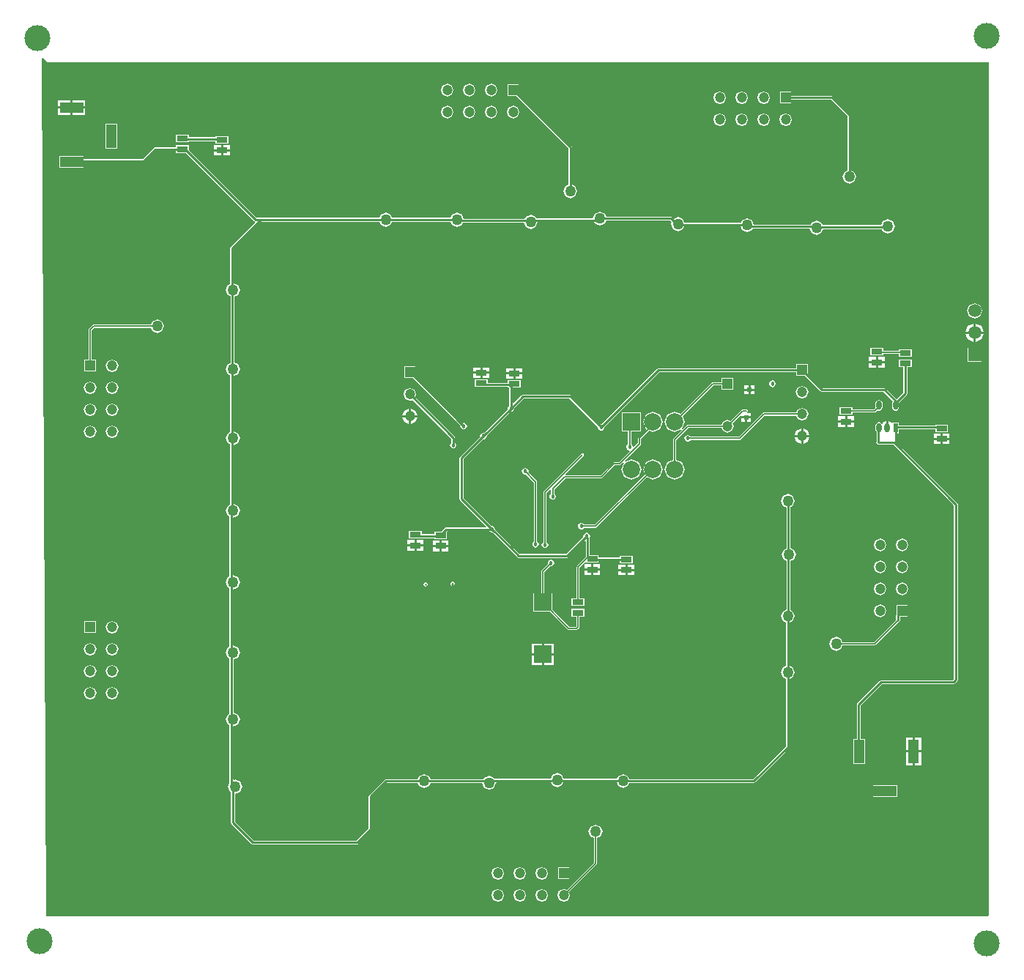
<source format=gbl>
G04*
G04 #@! TF.GenerationSoftware,Altium Limited,Altium Designer,19.1.5 (86)*
G04*
G04 Layer_Physical_Order=2*
G04 Layer_Color=16711680*
%FSLAX44Y44*%
%MOMM*%
G71*
G01*
G75*
%ADD12C,0.2540*%
%ADD13R,1.3000X0.7000*%
%ADD22R,0.6000X0.5000*%
%ADD45C,0.1778*%
%ADD46R,1.2000X1.2000*%
%ADD47C,1.2000*%
%ADD48R,2.0000X2.0000*%
%ADD49C,2.0000*%
%ADD50C,3.0000*%
%ADD51R,1.5000X1.5000*%
%ADD52C,1.5000*%
%ADD53R,2.7000X1.2000*%
%ADD54R,1.2000X2.7000*%
%ADD55R,1.2000X1.2000*%
%ADD56C,0.4572*%
%ADD57C,1.2700*%
%ADD58O,0.6000X1.1000*%
%ADD59R,0.6000X1.1000*%
G36*
X681990Y1139190D02*
X1770380D01*
Y153670D01*
X1769110Y152400D01*
X680720D01*
X675648Y1143870D01*
X676821Y1144359D01*
X681990Y1139190D01*
D02*
G37*
%LPC*%
G36*
X1195070Y1114759D02*
X1189895Y1112615D01*
X1187751Y1107440D01*
X1189895Y1102265D01*
X1195070Y1100121D01*
X1200245Y1102265D01*
X1202389Y1107440D01*
X1200245Y1112615D01*
X1195070Y1114759D01*
D02*
G37*
G36*
X1169670D02*
X1164495Y1112615D01*
X1162351Y1107440D01*
X1164495Y1102265D01*
X1169670Y1100121D01*
X1174845Y1102265D01*
X1176989Y1107440D01*
X1174845Y1112615D01*
X1169670Y1114759D01*
D02*
G37*
G36*
X1144270D02*
X1139095Y1112615D01*
X1136951Y1107440D01*
X1139095Y1102265D01*
X1144270Y1100121D01*
X1149445Y1102265D01*
X1151589Y1107440D01*
X1149445Y1112615D01*
X1144270Y1114759D01*
D02*
G37*
G36*
X1510030Y1105869D02*
X1504855Y1103725D01*
X1502711Y1098550D01*
X1504855Y1093375D01*
X1510030Y1091231D01*
X1515205Y1093375D01*
X1517349Y1098550D01*
X1515205Y1103725D01*
X1510030Y1105869D01*
D02*
G37*
G36*
X1484630D02*
X1479455Y1103725D01*
X1477311Y1098550D01*
X1479455Y1093375D01*
X1484630Y1091231D01*
X1489805Y1093375D01*
X1491949Y1098550D01*
X1489805Y1103725D01*
X1484630Y1105869D01*
D02*
G37*
G36*
X1459230D02*
X1454055Y1103725D01*
X1451911Y1098550D01*
X1454055Y1093375D01*
X1459230Y1091231D01*
X1464405Y1093375D01*
X1466549Y1098550D01*
X1464405Y1103725D01*
X1459230Y1105869D01*
D02*
G37*
G36*
X725970Y1095590D02*
X711200D01*
Y1088320D01*
X725970D01*
Y1095590D01*
D02*
G37*
G36*
X708660D02*
X693890D01*
Y1088320D01*
X708660D01*
Y1095590D01*
D02*
G37*
G36*
X725970Y1085780D02*
X711200D01*
Y1078510D01*
X725970D01*
Y1085780D01*
D02*
G37*
G36*
X708660D02*
X693890D01*
Y1078510D01*
X708660D01*
Y1085780D01*
D02*
G37*
G36*
X1220470Y1089359D02*
X1215295Y1087215D01*
X1213151Y1082040D01*
X1215295Y1076865D01*
X1220470Y1074721D01*
X1225645Y1076865D01*
X1227789Y1082040D01*
X1225645Y1087215D01*
X1220470Y1089359D01*
D02*
G37*
G36*
X1195070D02*
X1189895Y1087215D01*
X1187751Y1082040D01*
X1189895Y1076865D01*
X1195070Y1074721D01*
X1200245Y1076865D01*
X1202389Y1082040D01*
X1200245Y1087215D01*
X1195070Y1089359D01*
D02*
G37*
G36*
X1169670D02*
X1164495Y1087215D01*
X1162351Y1082040D01*
X1164495Y1076865D01*
X1169670Y1074721D01*
X1174845Y1076865D01*
X1176989Y1082040D01*
X1174845Y1087215D01*
X1169670Y1089359D01*
D02*
G37*
G36*
X1144270D02*
X1139095Y1087215D01*
X1136951Y1082040D01*
X1139095Y1076865D01*
X1144270Y1074721D01*
X1149445Y1076865D01*
X1151589Y1082040D01*
X1149445Y1087215D01*
X1144270Y1089359D01*
D02*
G37*
G36*
X1535430Y1080469D02*
X1530255Y1078325D01*
X1528111Y1073150D01*
X1530255Y1067975D01*
X1535430Y1065831D01*
X1540605Y1067975D01*
X1542749Y1073150D01*
X1540605Y1078325D01*
X1535430Y1080469D01*
D02*
G37*
G36*
X1510030D02*
X1504855Y1078325D01*
X1502711Y1073150D01*
X1504855Y1067975D01*
X1510030Y1065831D01*
X1515205Y1067975D01*
X1517349Y1073150D01*
X1515205Y1078325D01*
X1510030Y1080469D01*
D02*
G37*
G36*
X1484630D02*
X1479455Y1078325D01*
X1477311Y1073150D01*
X1479455Y1067975D01*
X1484630Y1065831D01*
X1489805Y1067975D01*
X1491949Y1073150D01*
X1489805Y1078325D01*
X1484630Y1080469D01*
D02*
G37*
G36*
X1459230D02*
X1454055Y1078325D01*
X1451911Y1073150D01*
X1454055Y1067975D01*
X1459230Y1065831D01*
X1464405Y1067975D01*
X1466549Y1073150D01*
X1464405Y1078325D01*
X1459230Y1080469D01*
D02*
G37*
G36*
X845462Y1055472D02*
X830938D01*
Y1046948D01*
X845462D01*
Y1048376D01*
X876658D01*
Y1045678D01*
X891182D01*
Y1054202D01*
X876658D01*
Y1052774D01*
X845462D01*
Y1055472D01*
D02*
G37*
G36*
X762692Y1068312D02*
X749168D01*
Y1039788D01*
X762692D01*
Y1068312D01*
D02*
G37*
G36*
X892960Y1043980D02*
X885190D01*
Y1039210D01*
X892960D01*
Y1043980D01*
D02*
G37*
G36*
X882650D02*
X874880D01*
Y1039210D01*
X882650D01*
Y1043980D01*
D02*
G37*
G36*
X892960Y1036670D02*
X885190D01*
Y1031900D01*
X892960D01*
Y1036670D01*
D02*
G37*
G36*
X882650D02*
X874880D01*
Y1031900D01*
X882650D01*
Y1036670D01*
D02*
G37*
G36*
X1542192Y1105312D02*
X1528668D01*
Y1091788D01*
X1542192D01*
Y1096351D01*
X1587859D01*
X1606891Y1077319D01*
Y1014447D01*
X1603258Y1012942D01*
X1600842Y1007110D01*
X1603258Y1001278D01*
X1609090Y998862D01*
X1614922Y1001278D01*
X1617338Y1007110D01*
X1614922Y1012942D01*
X1611289Y1014447D01*
Y1078230D01*
X1610645Y1079785D01*
X1590325Y1100105D01*
X1588770Y1100749D01*
X1542192D01*
Y1105312D01*
D02*
G37*
G36*
X1227232Y1114202D02*
X1213708D01*
Y1100678D01*
X1224122D01*
X1284311Y1040489D01*
Y997937D01*
X1280678Y996432D01*
X1278262Y990600D01*
X1280678Y984768D01*
X1286510Y982352D01*
X1292342Y984768D01*
X1294758Y990600D01*
X1292342Y996432D01*
X1288709Y997937D01*
Y1041400D01*
X1288065Y1042955D01*
X1227232Y1103788D01*
Y1114202D01*
D02*
G37*
G36*
X845462Y1043472D02*
X830938D01*
Y1041409D01*
X807070D01*
X805515Y1040765D01*
X792339Y1027589D01*
X724192D01*
Y1030812D01*
X695668D01*
Y1017288D01*
X724192D01*
Y1023191D01*
X793250D01*
X794805Y1023835D01*
X807981Y1037011D01*
X830938D01*
Y1034948D01*
X842352D01*
X921275Y956025D01*
X921723Y955839D01*
X922021Y954341D01*
X893795Y926115D01*
X893151Y924560D01*
Y883111D01*
X890788Y882132D01*
X888372Y876300D01*
X890788Y870468D01*
X893786Y869226D01*
Y791934D01*
X890788Y790692D01*
X888372Y784860D01*
X890788Y779028D01*
X893151Y778049D01*
Y711661D01*
X890788Y710682D01*
X888372Y704850D01*
X890788Y699018D01*
X893151Y698039D01*
Y627841D01*
X890788Y626862D01*
X888372Y621030D01*
X890788Y615198D01*
X892516Y614482D01*
Y545028D01*
X890788Y544312D01*
X888372Y538480D01*
X890788Y532648D01*
X892516Y531932D01*
Y463748D01*
X890788Y463032D01*
X888372Y457200D01*
X890788Y451368D01*
X892691Y450580D01*
Y386350D01*
X890788Y385562D01*
X888372Y379730D01*
X890788Y373898D01*
X892592Y373151D01*
Y306315D01*
X890912Y302260D01*
X893328Y296428D01*
X894421Y295975D01*
Y260350D01*
X895065Y258795D01*
X917925Y235935D01*
X919480Y235291D01*
X1040130D01*
X1041685Y235935D01*
X1056925Y251175D01*
X1057569Y252730D01*
Y289919D01*
X1074061Y306411D01*
X1110263D01*
X1111768Y302778D01*
X1117600Y300362D01*
X1123432Y302778D01*
X1124937Y306411D01*
X1184394D01*
X1186698Y300848D01*
X1192530Y298432D01*
X1198362Y300848D01*
X1200778Y306680D01*
X1201022Y307046D01*
X1264196D01*
X1265438Y304048D01*
X1271270Y301632D01*
X1277102Y304048D01*
X1278344Y307046D01*
X1339870D01*
X1341638Y302778D01*
X1347470Y300362D01*
X1353302Y302778D01*
X1354807Y306411D01*
X1498600D01*
X1500155Y307055D01*
X1539525Y346425D01*
X1540169Y347980D01*
Y427003D01*
X1543802Y428508D01*
X1546218Y434340D01*
X1543802Y440172D01*
X1540169Y441677D01*
Y491773D01*
X1543802Y493278D01*
X1546218Y499110D01*
X1543802Y504942D01*
X1540804Y506184D01*
Y562630D01*
X1545072Y564398D01*
X1547488Y570230D01*
X1545072Y576062D01*
X1540804Y577830D01*
Y625386D01*
X1543802Y626628D01*
X1546218Y632460D01*
X1543802Y638292D01*
X1537970Y640708D01*
X1532138Y638292D01*
X1529722Y632460D01*
X1532138Y626628D01*
X1536406Y624860D01*
Y577304D01*
X1533408Y576062D01*
X1530992Y570230D01*
X1533408Y564398D01*
X1536406Y563156D01*
Y506710D01*
X1532138Y504942D01*
X1529722Y499110D01*
X1532138Y493278D01*
X1535771Y491773D01*
Y441677D01*
X1532138Y440172D01*
X1529722Y434340D01*
X1532138Y428508D01*
X1535771Y427003D01*
Y348891D01*
X1497689Y310809D01*
X1354807D01*
X1353302Y314442D01*
X1347470Y316858D01*
X1341638Y314442D01*
X1340396Y311444D01*
X1278870D01*
X1277102Y315712D01*
X1271270Y318128D01*
X1265438Y315712D01*
X1263670Y311444D01*
X1198804D01*
X1198362Y312512D01*
X1192530Y314928D01*
X1186698Y312512D01*
X1185993Y310809D01*
X1124937D01*
X1123432Y314442D01*
X1117600Y316858D01*
X1111768Y314442D01*
X1110263Y310809D01*
X1073150D01*
X1071595Y310165D01*
X1053815Y292385D01*
X1053171Y290830D01*
Y253641D01*
X1039219Y239689D01*
X920391D01*
X898819Y261261D01*
Y293785D01*
X899160Y294012D01*
X904992Y296428D01*
X907408Y302260D01*
X904992Y308092D01*
X899160Y310508D01*
X898047Y310047D01*
X896991Y310752D01*
Y371636D01*
X902452Y373898D01*
X904868Y379730D01*
X902452Y385562D01*
X897089Y387783D01*
Y449147D01*
X902452Y451368D01*
X904868Y457200D01*
X902452Y463032D01*
X896914Y465326D01*
Y530354D01*
X902452Y532648D01*
X904868Y538480D01*
X902452Y544312D01*
X896914Y546606D01*
Y612904D01*
X902452Y615198D01*
X904868Y621030D01*
X902452Y626862D01*
X897549Y628893D01*
Y696987D01*
X902452Y699018D01*
X904868Y704850D01*
X902452Y710682D01*
X897549Y712713D01*
Y776997D01*
X902452Y779028D01*
X904868Y784860D01*
X902452Y790692D01*
X898184Y792460D01*
Y868700D01*
X902452Y870468D01*
X904868Y876300D01*
X902452Y882132D01*
X897549Y884163D01*
Y923649D01*
X929281Y955381D01*
X1065813D01*
X1067318Y951748D01*
X1073150Y949332D01*
X1078982Y951748D01*
X1080487Y955381D01*
X1148363D01*
X1149868Y951748D01*
X1155700Y949332D01*
X1161532Y951748D01*
X1162511Y954111D01*
X1232927D01*
X1234958Y949208D01*
X1240790Y946792D01*
X1246622Y949208D01*
X1248916Y954746D01*
X1314252D01*
X1314968Y953018D01*
X1320800Y950602D01*
X1326632Y953018D01*
X1328137Y956651D01*
X1402041D01*
X1403738Y954953D01*
X1402722Y952500D01*
X1405138Y946668D01*
X1410970Y944252D01*
X1416802Y946668D01*
X1418044Y949666D01*
X1483380D01*
X1485148Y945398D01*
X1490980Y942982D01*
X1496812Y945398D01*
X1497695Y947531D01*
X1563032D01*
X1565158Y942398D01*
X1570990Y939982D01*
X1576822Y942398D01*
X1578685Y946896D01*
X1646561D01*
X1647708Y944128D01*
X1653540Y941712D01*
X1659372Y944128D01*
X1661788Y949960D01*
X1659372Y955792D01*
X1653540Y958208D01*
X1647708Y955792D01*
X1645845Y951294D01*
X1577968D01*
X1576822Y954062D01*
X1570990Y956478D01*
X1565158Y954062D01*
X1564274Y951929D01*
X1498938D01*
X1496812Y957062D01*
X1490980Y959478D01*
X1485148Y957062D01*
X1483906Y954064D01*
X1418570D01*
X1416802Y958332D01*
X1410970Y960748D01*
X1406158Y958754D01*
X1404507Y960405D01*
X1402952Y961049D01*
X1328137D01*
X1326632Y964682D01*
X1320800Y967098D01*
X1314968Y964682D01*
X1312674Y959144D01*
X1247338D01*
X1246622Y960872D01*
X1240790Y963288D01*
X1234958Y960872D01*
X1233979Y958509D01*
X1163563D01*
X1161532Y963412D01*
X1155700Y965828D01*
X1149868Y963412D01*
X1148363Y959779D01*
X1080487D01*
X1078982Y963412D01*
X1073150Y965828D01*
X1067318Y963412D01*
X1065813Y959779D01*
X923741D01*
X845462Y1038058D01*
Y1043472D01*
D02*
G37*
G36*
X1753870Y861113D02*
X1747547Y858493D01*
X1744927Y852170D01*
X1747547Y845846D01*
X1753870Y843227D01*
X1760193Y845846D01*
X1762813Y852170D01*
X1760193Y858493D01*
X1753870Y861113D01*
D02*
G37*
G36*
X1755140Y837111D02*
Y828040D01*
X1764211D01*
X1761554Y834454D01*
X1755140Y837111D01*
D02*
G37*
G36*
X1752600D02*
X1746186Y834454D01*
X1743529Y828040D01*
X1752600D01*
Y837111D01*
D02*
G37*
G36*
X808990Y842638D02*
X803158Y840222D01*
X801482Y836177D01*
X735330D01*
X734066Y835654D01*
X730256Y831844D01*
X729733Y830580D01*
Y795432D01*
X724758D01*
Y781908D01*
X738282D01*
Y795432D01*
X733307D01*
Y829840D01*
X736070Y832603D01*
X801482D01*
X803158Y828558D01*
X808990Y826142D01*
X814822Y828558D01*
X817238Y834390D01*
X814822Y840222D01*
X808990Y842638D01*
D02*
G37*
G36*
X1764211Y825500D02*
X1755140D01*
Y816429D01*
X1761554Y819086D01*
X1764211Y825500D01*
D02*
G37*
G36*
X1752600D02*
X1743529D01*
X1746186Y819086D01*
X1752600Y816429D01*
Y825500D01*
D02*
G37*
G36*
X1648102Y809092D02*
X1633578D01*
Y800568D01*
X1648102D01*
Y802408D01*
X1666598D01*
Y799298D01*
X1681122D01*
Y807822D01*
X1666598D01*
Y805982D01*
X1648102D01*
Y809092D01*
D02*
G37*
G36*
X1649880Y798870D02*
X1642110D01*
Y794100D01*
X1649880D01*
Y798870D01*
D02*
G37*
G36*
X1639570D02*
X1631800D01*
Y794100D01*
X1639570D01*
Y798870D01*
D02*
G37*
G36*
X1762132Y809632D02*
X1745608D01*
Y793108D01*
X1762132D01*
Y809632D01*
D02*
G37*
G36*
X1649880Y791560D02*
X1642110D01*
Y786790D01*
X1649880D01*
Y791560D01*
D02*
G37*
G36*
X1639570D02*
X1631800D01*
Y786790D01*
X1639570D01*
Y791560D01*
D02*
G37*
G36*
X1192680Y786740D02*
X1184910D01*
Y781970D01*
X1192680D01*
Y786740D01*
D02*
G37*
G36*
X1182370D02*
X1174600D01*
Y781970D01*
X1182370D01*
Y786740D01*
D02*
G37*
G36*
X756920Y795989D02*
X751745Y793845D01*
X749601Y788670D01*
X751745Y783495D01*
X756920Y781351D01*
X762095Y783495D01*
X764239Y788670D01*
X762095Y793845D01*
X756920Y795989D01*
D02*
G37*
G36*
X1230780Y785820D02*
X1223010D01*
Y781050D01*
X1230780D01*
Y785820D01*
D02*
G37*
G36*
X1220470D02*
X1212700D01*
Y781050D01*
X1220470D01*
Y785820D01*
D02*
G37*
G36*
X1192680Y779430D02*
X1184910D01*
Y774660D01*
X1192680D01*
Y779430D01*
D02*
G37*
G36*
X1182370D02*
X1174600D01*
Y774660D01*
X1182370D01*
Y779430D01*
D02*
G37*
G36*
X1230780Y778510D02*
X1223010D01*
Y773740D01*
X1230780D01*
Y778510D01*
D02*
G37*
G36*
X1220470D02*
X1212700D01*
Y773740D01*
X1220470D01*
Y778510D01*
D02*
G37*
G36*
X1520190Y771669D02*
X1517468Y770542D01*
X1516341Y767820D01*
X1517468Y765098D01*
X1520190Y763971D01*
X1522912Y765098D01*
X1524039Y767820D01*
X1522912Y770542D01*
X1520190Y771669D01*
D02*
G37*
G36*
X1499060Y765770D02*
X1494790D01*
Y762000D01*
X1499060D01*
Y765770D01*
D02*
G37*
G36*
X1492250D02*
X1487980D01*
Y762000D01*
X1492250D01*
Y765770D01*
D02*
G37*
G36*
X1474882Y774582D02*
X1461358D01*
Y769607D01*
X1451080D01*
X1449816Y769084D01*
X1413610Y732877D01*
X1407160Y735549D01*
X1398923Y732137D01*
X1395511Y723900D01*
X1398923Y715663D01*
X1407160Y712251D01*
X1414583Y715326D01*
X1415302Y714249D01*
X1405896Y704844D01*
X1405373Y703580D01*
Y679809D01*
X1398923Y677137D01*
X1395511Y668900D01*
X1398923Y660663D01*
X1407160Y657251D01*
X1415397Y660663D01*
X1418809Y668900D01*
X1415397Y677137D01*
X1408947Y679809D01*
Y702840D01*
X1423140Y717033D01*
X1461541D01*
X1462945Y713645D01*
X1468120Y711501D01*
X1473295Y713645D01*
X1475439Y718820D01*
X1474036Y722208D01*
X1482997Y731170D01*
X1484170Y730683D01*
Y730250D01*
X1489710D01*
X1495250D01*
Y734020D01*
X1491114D01*
X1490862Y735290D01*
X1490974Y735336D01*
X1491497Y736600D01*
X1490974Y737864D01*
X1489710Y738387D01*
X1485900D01*
X1484636Y737864D01*
X1471508Y724736D01*
X1468120Y726139D01*
X1462945Y723995D01*
X1461541Y720607D01*
X1422400D01*
X1421136Y720084D01*
X1416811Y715758D01*
X1415734Y716478D01*
X1418809Y723900D01*
X1416137Y730350D01*
X1451820Y766033D01*
X1461358D01*
Y761058D01*
X1474882D01*
Y774582D01*
D02*
G37*
G36*
X756920Y770589D02*
X751745Y768445D01*
X749601Y763270D01*
X751745Y758095D01*
X756920Y755951D01*
X762095Y758095D01*
X764239Y763270D01*
X762095Y768445D01*
X756920Y770589D01*
D02*
G37*
G36*
X731520D02*
X726345Y768445D01*
X724201Y763270D01*
X726345Y758095D01*
X731520Y755951D01*
X736695Y758095D01*
X738839Y763270D01*
X736695Y768445D01*
X731520Y770589D01*
D02*
G37*
G36*
X1499060Y759460D02*
X1494790D01*
Y755690D01*
X1499060D01*
Y759460D01*
D02*
G37*
G36*
X1492250D02*
X1487980D01*
Y755690D01*
X1492250D01*
Y759460D01*
D02*
G37*
G36*
X1554480Y765509D02*
X1549305Y763365D01*
X1547161Y758190D01*
X1549305Y753015D01*
X1554480Y750871D01*
X1559655Y753015D01*
X1561799Y758190D01*
X1559655Y763365D01*
X1554480Y765509D01*
D02*
G37*
G36*
X1681122Y795822D02*
X1666598D01*
Y787298D01*
X1671661D01*
Y757791D01*
X1663720Y749850D01*
X1651285Y762285D01*
X1649730Y762929D01*
X1578251D01*
X1561242Y779938D01*
Y790352D01*
X1547718D01*
Y785789D01*
X1388110D01*
X1386555Y785145D01*
X1322592Y721183D01*
X1322070Y721399D01*
X1321548Y721183D01*
X1288065Y754665D01*
X1286510Y755309D01*
X1231900D01*
X1230345Y754665D01*
X1221303Y745623D01*
X1220129Y746109D01*
Y763518D01*
X1229002D01*
Y772042D01*
X1214478D01*
Y768994D01*
X1190902D01*
Y772962D01*
X1176378D01*
Y764438D01*
X1190902D01*
Y764596D01*
X1214478D01*
Y763518D01*
X1215731D01*
Y742078D01*
X1215208Y741862D01*
X1214081Y739140D01*
X1214297Y738618D01*
X1186702Y711023D01*
X1186180Y711239D01*
X1183458Y710112D01*
X1182331Y707390D01*
X1182547Y706868D01*
X1159225Y683545D01*
X1158581Y681990D01*
Y635000D01*
X1159225Y633445D01*
X1189691Y602978D01*
X1189205Y601805D01*
X1143166D01*
X1141610Y601161D01*
X1137102Y596652D01*
X1129388D01*
Y594019D01*
X1114702D01*
Y597352D01*
X1100178D01*
Y588828D01*
X1114702D01*
Y589621D01*
X1129388D01*
Y588128D01*
X1143912D01*
Y596652D01*
X1144870Y597406D01*
X1193237D01*
X1193453Y596884D01*
X1196174Y595756D01*
X1196697Y595973D01*
X1216375Y576295D01*
X1216375Y576295D01*
X1225265Y567405D01*
X1226820Y566761D01*
X1282700D01*
X1284255Y567405D01*
X1303307Y586457D01*
X1304481Y585971D01*
Y567708D01*
X1294136Y557364D01*
X1293613Y556100D01*
Y519532D01*
X1288138D01*
Y511008D01*
X1302662D01*
Y519532D01*
X1297187D01*
Y555360D01*
X1303475Y561647D01*
X1304648Y561161D01*
Y560888D01*
X1319172D01*
Y562776D01*
X1344018D01*
Y560538D01*
X1358542D01*
Y569062D01*
X1344018D01*
Y567174D01*
X1319172D01*
Y569412D01*
X1308879D01*
Y590150D01*
X1308798Y590346D01*
X1309409Y591820D01*
X1308282Y594542D01*
X1305560Y595669D01*
X1302838Y594542D01*
X1301711Y591820D01*
X1301927Y591298D01*
X1281789Y571159D01*
X1227731D01*
X1219485Y579405D01*
X1219485Y579405D01*
X1199807Y599083D01*
X1200023Y599605D01*
X1198896Y602327D01*
X1196174Y603455D01*
X1195652Y603238D01*
X1162979Y635911D01*
Y681079D01*
X1185658Y703757D01*
X1186180Y703541D01*
X1188902Y704668D01*
X1190029Y707390D01*
X1189813Y707912D01*
X1217408Y735507D01*
X1217930Y735291D01*
X1220652Y736418D01*
X1221779Y739140D01*
X1221563Y739662D01*
X1232811Y750911D01*
X1285599D01*
X1318437Y718072D01*
X1318221Y717550D01*
X1319348Y714828D01*
X1322070Y713701D01*
X1324792Y714828D01*
X1325919Y717550D01*
X1325703Y718072D01*
X1389021Y781391D01*
X1547718D01*
Y776828D01*
X1558132D01*
X1575785Y759175D01*
X1577340Y758531D01*
X1648819D01*
X1659395Y747954D01*
X1658358Y745450D01*
Y740450D01*
X1659551Y737571D01*
X1662430Y736378D01*
X1665309Y737571D01*
X1666502Y740450D01*
Y745450D01*
X1666220Y746130D01*
X1675415Y755325D01*
X1676059Y756880D01*
Y787298D01*
X1681122D01*
Y795822D01*
D02*
G37*
G36*
X1643430Y749522D02*
X1640551Y748329D01*
X1639358Y745450D01*
Y740450D01*
X1639536Y740020D01*
X1637554Y738037D01*
X1612542D01*
Y740512D01*
X1598018D01*
Y731988D01*
X1612542D01*
Y734463D01*
X1638294D01*
X1639557Y734986D01*
X1641676Y737105D01*
X1643430Y736378D01*
X1646309Y737571D01*
X1647502Y740450D01*
Y745450D01*
X1646309Y748329D01*
X1643430Y749522D01*
D02*
G37*
G36*
X1102360Y738968D02*
Y731520D01*
X1109808D01*
X1107626Y736786D01*
X1102360Y738968D01*
D02*
G37*
G36*
X1099820D02*
X1094554Y736786D01*
X1092372Y731520D01*
X1099820D01*
Y738968D01*
D02*
G37*
G36*
X756920Y745189D02*
X751745Y743045D01*
X749601Y737870D01*
X751745Y732695D01*
X756920Y730551D01*
X762095Y732695D01*
X764239Y737870D01*
X762095Y743045D01*
X756920Y745189D01*
D02*
G37*
G36*
X731520D02*
X726345Y743045D01*
X724201Y737870D01*
X726345Y732695D01*
X731520Y730551D01*
X736695Y732695D01*
X738839Y737870D01*
X736695Y743045D01*
X731520Y745189D01*
D02*
G37*
G36*
X1614320Y730290D02*
X1606550D01*
Y725520D01*
X1614320D01*
Y730290D01*
D02*
G37*
G36*
X1604010D02*
X1596240D01*
Y725520D01*
X1604010D01*
Y730290D01*
D02*
G37*
G36*
X1554480Y740109D02*
X1549305Y737965D01*
X1547901Y734577D01*
X1510174D01*
X1508911Y734054D01*
X1481494Y706637D01*
X1425509D01*
X1425122Y707572D01*
X1422400Y708699D01*
X1419678Y707572D01*
X1418551Y704850D01*
X1419678Y702128D01*
X1422400Y701001D01*
X1425122Y702128D01*
X1425509Y703063D01*
X1482234D01*
X1483498Y703586D01*
X1510915Y731003D01*
X1547901D01*
X1549305Y727615D01*
X1554480Y725471D01*
X1559655Y727615D01*
X1561799Y732790D01*
X1559655Y737965D01*
X1554480Y740109D01*
D02*
G37*
G36*
X1495250Y727710D02*
X1490980D01*
Y723940D01*
X1495250D01*
Y727710D01*
D02*
G37*
G36*
X1488440D02*
X1484170D01*
Y723940D01*
X1488440D01*
Y727710D01*
D02*
G37*
G36*
X1109808Y728980D02*
X1102360D01*
Y721532D01*
X1107626Y723714D01*
X1109808Y728980D01*
D02*
G37*
G36*
X1099820D02*
X1092372D01*
X1094554Y723714D01*
X1099820Y721532D01*
Y728980D01*
D02*
G37*
G36*
X1614320Y722980D02*
X1606550D01*
Y718210D01*
X1614320D01*
Y722980D01*
D02*
G37*
G36*
X1604010D02*
X1596240D01*
Y718210D01*
X1604010D01*
Y722980D01*
D02*
G37*
G36*
X1654200Y724920D02*
Y716950D01*
X1651660D01*
Y724920D01*
X1648690Y723690D01*
X1647853Y721669D01*
X1646583D01*
X1646309Y722329D01*
X1643430Y723522D01*
X1640551Y722329D01*
X1639358Y719450D01*
Y714450D01*
X1640551Y711571D01*
X1640569Y711563D01*
Y700832D01*
X1640128Y699770D01*
X1640773Y698215D01*
X1642328Y697571D01*
X1660031D01*
X1730081Y627521D01*
Y426361D01*
X1728829Y425109D01*
X1645920D01*
X1644365Y424465D01*
X1618195Y398295D01*
X1617551Y396740D01*
Y357268D01*
X1617295Y357162D01*
X1613758D01*
Y328638D01*
X1627282D01*
Y357162D01*
X1622205D01*
X1621949Y357268D01*
Y395829D01*
X1646831Y420711D01*
X1729740D01*
X1731295Y421355D01*
X1733835Y423895D01*
X1734479Y425450D01*
Y628432D01*
X1733835Y629987D01*
X1664025Y699798D01*
X1664629Y701258D01*
Y710688D01*
X1666192D01*
Y715351D01*
X1708508D01*
Y712018D01*
X1723032D01*
Y720542D01*
X1708508D01*
Y719749D01*
X1666192D01*
Y723212D01*
X1658668D01*
Y723212D01*
X1657467Y722973D01*
X1657170Y723690D01*
X1654200Y724920D01*
D02*
G37*
G36*
X1107852Y787812D02*
X1094328D01*
Y774288D01*
X1104742D01*
X1159687Y719342D01*
X1159471Y718820D01*
X1160598Y716098D01*
X1163320Y714971D01*
X1166042Y716098D01*
X1167169Y718820D01*
X1166042Y721542D01*
X1163320Y722669D01*
X1162798Y722453D01*
X1107852Y777398D01*
Y787812D01*
D02*
G37*
G36*
X1555750Y716108D02*
Y708660D01*
X1563198D01*
X1561016Y713926D01*
X1555750Y716108D01*
D02*
G37*
G36*
X1553210D02*
X1547944Y713926D01*
X1545762Y708660D01*
X1553210D01*
Y716108D01*
D02*
G37*
G36*
X1724810Y710320D02*
X1717040D01*
Y705550D01*
X1724810D01*
Y710320D01*
D02*
G37*
G36*
X1714500D02*
X1706730D01*
Y705550D01*
X1714500D01*
Y710320D01*
D02*
G37*
G36*
X756920Y719789D02*
X751745Y717645D01*
X749601Y712470D01*
X751745Y707295D01*
X756920Y705151D01*
X762095Y707295D01*
X764239Y712470D01*
X762095Y717645D01*
X756920Y719789D01*
D02*
G37*
G36*
X731520D02*
X726345Y717645D01*
X724201Y712470D01*
X726345Y707295D01*
X731520Y705151D01*
X736695Y707295D01*
X738839Y712470D01*
X736695Y717645D01*
X731520Y719789D01*
D02*
G37*
G36*
X1563198Y706120D02*
X1555750D01*
Y698672D01*
X1561016Y700854D01*
X1563198Y706120D01*
D02*
G37*
G36*
X1553210D02*
X1545762D01*
X1547944Y700854D01*
X1553210Y698672D01*
Y706120D01*
D02*
G37*
G36*
X1724810Y703010D02*
X1717040D01*
Y698240D01*
X1724810D01*
Y703010D01*
D02*
G37*
G36*
X1714500D02*
X1706730D01*
Y698240D01*
X1714500D01*
Y703010D01*
D02*
G37*
G36*
X1382160Y735549D02*
X1373923Y732137D01*
X1370511Y723900D01*
X1373923Y715663D01*
X1374070Y714927D01*
X1365574Y706431D01*
X1365051Y705167D01*
Y699558D01*
X1360112Y694620D01*
X1358777Y695080D01*
X1357812Y697412D01*
X1356877Y697799D01*
Y713138D01*
X1367922D01*
Y734662D01*
X1346398D01*
Y713138D01*
X1353303D01*
Y697799D01*
X1352368Y697412D01*
X1351241Y694690D01*
X1352368Y691968D01*
X1354700Y691003D01*
X1355161Y689668D01*
X1342602Y677110D01*
X1336992D01*
X1335729Y676586D01*
X1321330Y662187D01*
X1281190D01*
X1280664Y663457D01*
X1301744Y684536D01*
X1302267Y685800D01*
X1301744Y687064D01*
X1300480Y687587D01*
X1299216Y687064D01*
X1256036Y643884D01*
X1255513Y642620D01*
Y584769D01*
X1254578Y584382D01*
X1253451Y581660D01*
X1254578Y578938D01*
X1257300Y577811D01*
X1260022Y578938D01*
X1261149Y581660D01*
X1260022Y584382D01*
X1259087Y584769D01*
Y641880D01*
X1263133Y645926D01*
X1264403Y645400D01*
Y640649D01*
X1263468Y640262D01*
X1262341Y637540D01*
X1263468Y634818D01*
X1266190Y633691D01*
X1268912Y634818D01*
X1270039Y637540D01*
X1268912Y640262D01*
X1267977Y640649D01*
Y645690D01*
X1280900Y658613D01*
X1322070D01*
X1323334Y659136D01*
X1337733Y673536D01*
X1343342D01*
X1344606Y674059D01*
X1347453Y676905D01*
X1348529Y676186D01*
X1345511Y668900D01*
X1348923Y660663D01*
X1357160Y657251D01*
X1365397Y660663D01*
X1368809Y668900D01*
X1365397Y677137D01*
X1357160Y680549D01*
X1349874Y677531D01*
X1349155Y678607D01*
X1368101Y697554D01*
X1368625Y698818D01*
Y704427D01*
X1378121Y713924D01*
X1382160Y712251D01*
X1390397Y715663D01*
X1393809Y723900D01*
X1390397Y732137D01*
X1382160Y735549D01*
D02*
G37*
G36*
X1101090Y762969D02*
X1095915Y760825D01*
X1093771Y755650D01*
X1095915Y750475D01*
X1101090Y748331D01*
X1104066Y749564D01*
X1149113Y704517D01*
Y699893D01*
X1148591Y699677D01*
X1147463Y696955D01*
X1148591Y694234D01*
X1151312Y693107D01*
X1154034Y694234D01*
X1155161Y696955D01*
X1154034Y699677D01*
X1153512Y699893D01*
Y705428D01*
X1152868Y706983D01*
X1107176Y752674D01*
X1108409Y755650D01*
X1106265Y760825D01*
X1101090Y762969D01*
D02*
G37*
G36*
X1382160Y680549D02*
X1373923Y677137D01*
X1370511Y668900D01*
X1372952Y663009D01*
X1314980Y605037D01*
X1302319D01*
X1301932Y605972D01*
X1299210Y607099D01*
X1296488Y605972D01*
X1295361Y603250D01*
X1296488Y600528D01*
X1299210Y599401D01*
X1301932Y600528D01*
X1302319Y601463D01*
X1315720D01*
X1316984Y601986D01*
X1375152Y660154D01*
X1382160Y657251D01*
X1390397Y660663D01*
X1393809Y668900D01*
X1390397Y677137D01*
X1382160Y680549D01*
D02*
G37*
G36*
X1116480Y587130D02*
X1108710D01*
Y582360D01*
X1116480D01*
Y587130D01*
D02*
G37*
G36*
X1106170D02*
X1098400D01*
Y582360D01*
X1106170D01*
Y587130D01*
D02*
G37*
G36*
X1145690Y586430D02*
X1137920D01*
Y581660D01*
X1145690D01*
Y586430D01*
D02*
G37*
G36*
X1135380D02*
X1127610D01*
Y581660D01*
X1135380D01*
Y586430D01*
D02*
G37*
G36*
X1234440Y670599D02*
X1231718Y669472D01*
X1230591Y666750D01*
X1231718Y664028D01*
X1234440Y662901D01*
X1235375Y663288D01*
X1244718Y653945D01*
Y585404D01*
X1243783Y585017D01*
X1242656Y582295D01*
X1243783Y579573D01*
X1246505Y578446D01*
X1249227Y579573D01*
X1250354Y582295D01*
X1249227Y585017D01*
X1248292Y585404D01*
Y654685D01*
X1247769Y655949D01*
X1237902Y665815D01*
X1238289Y666750D01*
X1237162Y669472D01*
X1234440Y670599D01*
D02*
G37*
G36*
X1116480Y579820D02*
X1108710D01*
Y575050D01*
X1116480D01*
Y579820D01*
D02*
G37*
G36*
X1106170D02*
X1098400D01*
Y575050D01*
X1106170D01*
Y579820D01*
D02*
G37*
G36*
X1145690Y579120D02*
X1137920D01*
Y574350D01*
X1145690D01*
Y579120D01*
D02*
G37*
G36*
X1135380D02*
X1127610D01*
Y574350D01*
X1135380D01*
Y579120D01*
D02*
G37*
G36*
X1670050Y588979D02*
X1664875Y586835D01*
X1662731Y581660D01*
X1664875Y576485D01*
X1670050Y574341D01*
X1675225Y576485D01*
X1677369Y581660D01*
X1675225Y586835D01*
X1670050Y588979D01*
D02*
G37*
G36*
X1644650D02*
X1639475Y586835D01*
X1637331Y581660D01*
X1639475Y576485D01*
X1644650Y574341D01*
X1649825Y576485D01*
X1651969Y581660D01*
X1649825Y586835D01*
X1644650Y588979D01*
D02*
G37*
G36*
X1264285Y564554D02*
X1261563Y563427D01*
X1260436Y560705D01*
X1260823Y559770D01*
X1253496Y552444D01*
X1252973Y551180D01*
Y525902D01*
X1243998D01*
Y504378D01*
X1262995D01*
X1283496Y483876D01*
X1284760Y483353D01*
X1293912D01*
X1295176Y483876D01*
X1296664Y485364D01*
X1297187Y486628D01*
Y499008D01*
X1302662D01*
Y507532D01*
X1288138D01*
Y499008D01*
X1293613D01*
Y487368D01*
X1293172Y486927D01*
X1285500D01*
X1265522Y506905D01*
Y525902D01*
X1256547D01*
Y550440D01*
X1263350Y557243D01*
X1264285Y556856D01*
X1267007Y557983D01*
X1268134Y560705D01*
X1267007Y563427D01*
X1264285Y564554D01*
D02*
G37*
G36*
X1320950Y559190D02*
X1313180D01*
Y554420D01*
X1320950D01*
Y559190D01*
D02*
G37*
G36*
X1310640D02*
X1302870D01*
Y554420D01*
X1310640D01*
Y559190D01*
D02*
G37*
G36*
X1360320Y558840D02*
X1352550D01*
Y554070D01*
X1360320D01*
Y558840D01*
D02*
G37*
G36*
X1350010D02*
X1342240D01*
Y554070D01*
X1350010D01*
Y558840D01*
D02*
G37*
G36*
X1670050Y563579D02*
X1664875Y561435D01*
X1662731Y556260D01*
X1664875Y551085D01*
X1670050Y548941D01*
X1675225Y551085D01*
X1677369Y556260D01*
X1675225Y561435D01*
X1670050Y563579D01*
D02*
G37*
G36*
X1644650D02*
X1639475Y561435D01*
X1637331Y556260D01*
X1639475Y551085D01*
X1644650Y548941D01*
X1649825Y551085D01*
X1651969Y556260D01*
X1649825Y561435D01*
X1644650Y563579D01*
D02*
G37*
G36*
X1320950Y551880D02*
X1313180D01*
Y547110D01*
X1320950D01*
Y551880D01*
D02*
G37*
G36*
X1310640D02*
X1302870D01*
Y547110D01*
X1310640D01*
Y551880D01*
D02*
G37*
G36*
X1360320Y551530D02*
X1352550D01*
Y546760D01*
X1360320D01*
Y551530D01*
D02*
G37*
G36*
X1350010D02*
X1342240D01*
Y546760D01*
X1350010D01*
Y551530D01*
D02*
G37*
G36*
X1150620Y539059D02*
X1149065Y538415D01*
X1148430Y537780D01*
X1147786Y536225D01*
X1148430Y534670D01*
X1149985Y534026D01*
X1151540Y534670D01*
X1152175Y535305D01*
X1152819Y536860D01*
X1152175Y538415D01*
X1150620Y539059D01*
D02*
G37*
G36*
X1119505Y538424D02*
X1117950Y537780D01*
X1117315Y537145D01*
X1116671Y535590D01*
X1117315Y534035D01*
X1118870Y533391D01*
X1120425Y534035D01*
X1121060Y534670D01*
X1121704Y536225D01*
X1121060Y537780D01*
X1119505Y538424D01*
D02*
G37*
G36*
X1670050Y538179D02*
X1664875Y536035D01*
X1662731Y530860D01*
X1664875Y525685D01*
X1670050Y523541D01*
X1675225Y525685D01*
X1677369Y530860D01*
X1675225Y536035D01*
X1670050Y538179D01*
D02*
G37*
G36*
X1644650D02*
X1639475Y536035D01*
X1637331Y530860D01*
X1639475Y525685D01*
X1644650Y523541D01*
X1649825Y525685D01*
X1651969Y530860D01*
X1649825Y536035D01*
X1644650Y538179D01*
D02*
G37*
G36*
Y512779D02*
X1639475Y510635D01*
X1637331Y505460D01*
X1639475Y500285D01*
X1644650Y498141D01*
X1649825Y500285D01*
X1651969Y505460D01*
X1649825Y510635D01*
X1644650Y512779D01*
D02*
G37*
G36*
X738282Y493172D02*
X724758D01*
Y479648D01*
X738282D01*
Y493172D01*
D02*
G37*
G36*
X756920Y493729D02*
X751745Y491585D01*
X749601Y486410D01*
X751745Y481235D01*
X756920Y479091D01*
X762095Y481235D01*
X764239Y486410D01*
X762095Y491585D01*
X756920Y493729D01*
D02*
G37*
G36*
X1676812Y512222D02*
X1663288D01*
Y501134D01*
X1663121Y500730D01*
Y494708D01*
X1637560Y469147D01*
X1601358D01*
X1599682Y473192D01*
X1593850Y475608D01*
X1588018Y473192D01*
X1585602Y467360D01*
X1588018Y461528D01*
X1593850Y459112D01*
X1599682Y461528D01*
X1601358Y465573D01*
X1638300D01*
X1639564Y466096D01*
X1665880Y492412D01*
X1666875Y492825D01*
X1667519Y494380D01*
Y498698D01*
X1676812D01*
Y512222D01*
D02*
G37*
G36*
X1267300Y467680D02*
X1256030D01*
Y456410D01*
X1267300D01*
Y467680D01*
D02*
G37*
G36*
X1253490D02*
X1242220D01*
Y456410D01*
X1253490D01*
Y467680D01*
D02*
G37*
G36*
X756920Y468329D02*
X751745Y466185D01*
X749601Y461010D01*
X751745Y455835D01*
X756920Y453691D01*
X762095Y455835D01*
X764239Y461010D01*
X762095Y466185D01*
X756920Y468329D01*
D02*
G37*
G36*
X731520D02*
X726345Y466185D01*
X724201Y461010D01*
X726345Y455835D01*
X731520Y453691D01*
X736695Y455835D01*
X738839Y461010D01*
X736695Y466185D01*
X731520Y468329D01*
D02*
G37*
G36*
X1267300Y453870D02*
X1256030D01*
Y442600D01*
X1267300D01*
Y453870D01*
D02*
G37*
G36*
X1253490D02*
X1242220D01*
Y442600D01*
X1253490D01*
Y453870D01*
D02*
G37*
G36*
X756920Y442929D02*
X751745Y440785D01*
X749601Y435610D01*
X751745Y430435D01*
X756920Y428291D01*
X762095Y430435D01*
X764239Y435610D01*
X762095Y440785D01*
X756920Y442929D01*
D02*
G37*
G36*
X731520D02*
X726345Y440785D01*
X724201Y435610D01*
X726345Y430435D01*
X731520Y428291D01*
X736695Y430435D01*
X738839Y435610D01*
X736695Y440785D01*
X731520Y442929D01*
D02*
G37*
G36*
X756920Y417529D02*
X751745Y415385D01*
X749601Y410210D01*
X751745Y405035D01*
X756920Y402891D01*
X762095Y405035D01*
X764239Y410210D01*
X762095Y415385D01*
X756920Y417529D01*
D02*
G37*
G36*
X731520D02*
X726345Y415385D01*
X724201Y410210D01*
X726345Y405035D01*
X731520Y402891D01*
X736695Y405035D01*
X738839Y410210D01*
X736695Y415385D01*
X731520Y417529D01*
D02*
G37*
G36*
X1692060Y358940D02*
X1684790D01*
Y344170D01*
X1692060D01*
Y358940D01*
D02*
G37*
G36*
X1682250D02*
X1674980D01*
Y344170D01*
X1682250D01*
Y358940D01*
D02*
G37*
G36*
X1692060Y341630D02*
X1684790D01*
Y326860D01*
X1692060D01*
Y341630D01*
D02*
G37*
G36*
X1682250D02*
X1674980D01*
Y326860D01*
X1682250D01*
Y341630D01*
D02*
G37*
G36*
X1664782Y303662D02*
X1636258D01*
Y290138D01*
X1664782D01*
Y303662D01*
D02*
G37*
G36*
X1285652Y208692D02*
X1272128D01*
Y195168D01*
X1285652D01*
Y208692D01*
D02*
G37*
G36*
X1253490Y209249D02*
X1248315Y207105D01*
X1246171Y201930D01*
X1248315Y196755D01*
X1253490Y194611D01*
X1258665Y196755D01*
X1260809Y201930D01*
X1258665Y207105D01*
X1253490Y209249D01*
D02*
G37*
G36*
X1228090D02*
X1222915Y207105D01*
X1220771Y201930D01*
X1222915Y196755D01*
X1228090Y194611D01*
X1233265Y196755D01*
X1235409Y201930D01*
X1233265Y207105D01*
X1228090Y209249D01*
D02*
G37*
G36*
X1202690D02*
X1197515Y207105D01*
X1195371Y201930D01*
X1197515Y196755D01*
X1202690Y194611D01*
X1207865Y196755D01*
X1210009Y201930D01*
X1207865Y207105D01*
X1202690Y209249D01*
D02*
G37*
G36*
X1315720Y258438D02*
X1309888Y256022D01*
X1307472Y250190D01*
X1309888Y244358D01*
X1313933Y242682D01*
Y214100D01*
X1282278Y182446D01*
X1278890Y183849D01*
X1273715Y181705D01*
X1271571Y176530D01*
X1273715Y171355D01*
X1278890Y169211D01*
X1284065Y171355D01*
X1286209Y176530D01*
X1284806Y179918D01*
X1316984Y212096D01*
X1317507Y213360D01*
Y242682D01*
X1321552Y244358D01*
X1323968Y250190D01*
X1321552Y256022D01*
X1315720Y258438D01*
D02*
G37*
G36*
X1253490Y183849D02*
X1248315Y181705D01*
X1246171Y176530D01*
X1248315Y171355D01*
X1253490Y169211D01*
X1258665Y171355D01*
X1260809Y176530D01*
X1258665Y181705D01*
X1253490Y183849D01*
D02*
G37*
G36*
X1228090D02*
X1222915Y181705D01*
X1220771Y176530D01*
X1222915Y171355D01*
X1228090Y169211D01*
X1233265Y171355D01*
X1235409Y176530D01*
X1233265Y181705D01*
X1228090Y183849D01*
D02*
G37*
G36*
X1202690D02*
X1197515Y181705D01*
X1195371Y176530D01*
X1197515Y171355D01*
X1202690Y169211D01*
X1207865Y171355D01*
X1210009Y176530D01*
X1207865Y181705D01*
X1202690Y183849D01*
D02*
G37*
%LPD*%
D12*
X1101090Y781050D02*
X1163320Y718820D01*
X1242695Y956945D02*
X1318895D01*
X1073150Y957580D02*
X1155700D01*
X928370D02*
X1073150D01*
X883285Y1050575D02*
X883920Y1049940D01*
X838835Y1050575D02*
X883285D01*
X838200Y1051210D02*
X838835Y1050575D01*
X1135380Y591820D02*
X1143166Y599605D01*
X1109980Y591820D02*
X1135380D01*
X1216025Y766795D02*
X1217930Y764890D01*
X1355090Y721830D02*
X1357160Y723900D01*
X1388110Y783590D02*
X1554480D01*
X1322070Y717550D02*
X1388110Y783590D01*
X1554480D02*
X1577340Y760730D01*
X1649730D02*
X1663720Y746740D01*
X1577340Y760730D02*
X1649730D01*
X1673225Y804195D02*
X1673860Y803560D01*
X1640840Y804830D02*
X1641475Y804195D01*
X716280Y1025390D02*
X793250D01*
X922830Y957580D02*
X928370D01*
X841200Y1039210D02*
X922830Y957580D01*
X838200Y1039210D02*
X841200D01*
X895985Y782955D02*
Y875665D01*
X895350Y621030D02*
Y782320D01*
X1117600Y308610D02*
X1192530D01*
X896620Y260350D02*
Y303530D01*
X793250Y1025390D02*
X807070Y1039210D01*
X838200D01*
X1663720Y746740D02*
X1673860Y756880D01*
X1662430Y745450D02*
X1663720Y746740D01*
X1663030Y717550D02*
X1715770D01*
X1660942Y699770D02*
X1732280Y628432D01*
Y425450D02*
Y628432D01*
X1729740Y422910D02*
X1732280Y425450D01*
X1645920Y422910D02*
X1729740D01*
X1619750Y396740D02*
X1645920Y422910D01*
X1619750Y354330D02*
Y396740D01*
X1673860Y756880D02*
Y791560D01*
X1642768Y699770D02*
X1660942D01*
X1642328D02*
X1642768D01*
Y716288D01*
X1643430Y716950D01*
X1660942Y699770D02*
X1662430Y701258D01*
Y716950D01*
X1663030Y717550D01*
X1619750Y354330D02*
X1621020Y353060D01*
X1305560Y591270D02*
Y591820D01*
Y591270D02*
X1306680Y590150D01*
Y567380D02*
Y590150D01*
Y567380D02*
X1308910Y565150D01*
X1311910D01*
X1351105Y564975D02*
X1351280Y564800D01*
X1312085Y564975D02*
X1351105D01*
X1311910Y565150D02*
X1312085Y564975D01*
X1282700Y568960D02*
X1305560Y591820D01*
X1226820Y568960D02*
X1282700D01*
X1217930Y577850D02*
X1226820Y568960D01*
X1217930Y577850D02*
Y577850D01*
X1196174Y599605D02*
X1217930Y577850D01*
X1160780Y635000D02*
X1196174Y599605D01*
X1160780Y635000D02*
Y681990D01*
X1186180Y707390D01*
X1107440Y593090D02*
X1110440D01*
X1143166Y599605D02*
X1196174D01*
X1101090Y755650D02*
X1151312Y705428D01*
Y696955D02*
Y705428D01*
X1231900Y753110D02*
X1286510D01*
X1322070Y717550D01*
X1217930Y739140D02*
X1231900Y753110D01*
X1186180Y707390D02*
X1217930Y739140D01*
Y764890D01*
X1185545Y766795D02*
X1216025D01*
X1184910Y767430D02*
X1185545Y766795D01*
X1149985Y536225D02*
X1150620Y536860D01*
X1118870Y535590D02*
X1119505Y536225D01*
X1537970Y632460D02*
X1538605Y631825D01*
Y570865D02*
Y631825D01*
Y570865D02*
X1539240Y570230D01*
X1570990Y948230D02*
X1571855Y949095D01*
X1652675D01*
X1653540Y949960D01*
X1537970Y347980D02*
Y434340D01*
X1498600Y308610D02*
X1537970Y347980D01*
X1347470Y308610D02*
X1498600D01*
X1073150D02*
X1117600D01*
X1055370Y290830D02*
X1073150Y308610D01*
X1055370Y252730D02*
Y290830D01*
X1040130Y237490D02*
X1055370Y252730D01*
X919480Y237490D02*
X1040130D01*
X896620Y260350D02*
X919480Y237490D01*
X895350Y877570D02*
Y924560D01*
Y877570D02*
X896620Y876300D01*
X895350Y924560D02*
X928370Y957580D01*
X1346835Y309245D02*
X1347470Y308610D01*
X1271905Y309245D02*
X1346835D01*
X1271270Y309880D02*
X1271905Y309245D01*
X1270635D02*
X1271270Y309880D01*
X1193165Y309245D02*
X1270635D01*
X1192530Y308610D02*
X1193165Y309245D01*
X1665320Y494380D02*
Y500730D01*
X1670050Y505460D01*
X1537970Y499110D02*
X1538605Y499745D01*
Y569595D01*
X1539240Y570230D01*
X1537970Y434340D02*
Y499110D01*
X1609090Y1007110D02*
Y1078230D01*
X1588770Y1098550D02*
X1609090Y1078230D01*
X1535430Y1098550D02*
X1588770D01*
X1569490Y949730D02*
X1570990Y948230D01*
X1492480Y949730D02*
X1569490D01*
X1490980Y951230D02*
X1492480Y949730D01*
X1490345Y951865D02*
X1490980Y951230D01*
X1411605Y951865D02*
X1490345D01*
X1410970Y952500D02*
X1411605Y951865D01*
X1409302Y952500D02*
X1410970D01*
X1402952Y958850D02*
X1409302Y952500D01*
X1320800Y958850D02*
X1402952D01*
X1220470Y1107440D02*
X1286510Y1041400D01*
Y990600D02*
Y1041400D01*
X1318895Y956945D02*
X1320800Y958850D01*
X1240790Y955040D02*
X1242695Y956945D01*
X1239520Y956310D02*
X1240790Y955040D01*
X1156970Y956310D02*
X1239520D01*
X1155700Y957580D02*
X1156970Y956310D01*
X894791Y304241D02*
Y379019D01*
X894890Y380540D02*
Y456390D01*
X894715Y457835D02*
Y537845D01*
Y539115D02*
Y620395D01*
X895985Y875665D02*
X896620Y876300D01*
D13*
X1107440Y581090D02*
D03*
Y593090D02*
D03*
X1136650Y580390D02*
D03*
Y592390D02*
D03*
X1295400Y503270D02*
D03*
Y515270D02*
D03*
X1311910Y553150D02*
D03*
Y565150D02*
D03*
X883920Y1037940D02*
D03*
Y1049940D02*
D03*
X838200Y1039210D02*
D03*
Y1051210D02*
D03*
X1640840Y792830D02*
D03*
Y804830D02*
D03*
X1715770Y716280D02*
D03*
Y704280D02*
D03*
X1605280Y724250D02*
D03*
Y736250D02*
D03*
X1673860Y803560D02*
D03*
Y791560D02*
D03*
X1183640Y768700D02*
D03*
Y780700D02*
D03*
X1221740Y767780D02*
D03*
Y779780D02*
D03*
X1351280Y564800D02*
D03*
Y552800D02*
D03*
D22*
X1493520Y760730D02*
D03*
X1489710Y728980D02*
D03*
D45*
X1254760Y551180D02*
X1264285Y560705D01*
X1254760Y515140D02*
Y551180D01*
X1293912Y485140D02*
X1295400Y486628D01*
Y503270D01*
X1284760Y485140D02*
X1293912D01*
X1254760Y515140D02*
X1284760Y485140D01*
X1295400Y556100D02*
X1306680Y567380D01*
X1295400Y515270D02*
Y556100D01*
X1451080Y767820D02*
X1468120D01*
X1407160Y723900D02*
X1451080Y767820D01*
X1366837Y705167D02*
X1381760Y720090D01*
X1366837Y698818D02*
Y705167D01*
X1322070Y660400D02*
X1336992Y675322D01*
X1343342D01*
X1355090Y694690D02*
Y721830D01*
X1485900Y736600D02*
X1489710D01*
X1468120Y718820D02*
X1485900Y736600D01*
X1422400Y704850D02*
X1482234D01*
X1422400Y718820D02*
X1468120D01*
X1407160Y703580D02*
X1422400Y718820D01*
X1407160Y668900D02*
Y703580D01*
X1482234Y704850D02*
X1510174Y732790D01*
X1343342Y675322D02*
X1366837Y698818D01*
X1280160Y660400D02*
X1322070D01*
X1510174Y732790D02*
X1554480D01*
X1246505Y582295D02*
Y654685D01*
X1234440Y666750D02*
X1246505Y654685D01*
X1641475Y804195D02*
X1673225D01*
X1638294Y736250D02*
X1641832Y739788D01*
X1605280Y736250D02*
X1638294D01*
X1315720Y603250D02*
X1379855Y667385D01*
X1299210Y603250D02*
X1315720D01*
X1266190Y646430D02*
X1280160Y660400D01*
X1266190Y637540D02*
Y646430D01*
X1257300Y642620D02*
X1300480Y685800D01*
X1257300Y581660D02*
Y642620D01*
X1278890Y176530D02*
X1315720Y213360D01*
Y250190D01*
X1638300Y467360D02*
X1665320Y494380D01*
X1593850Y467360D02*
X1638300D01*
X731520Y788670D02*
Y830580D01*
X735330Y834390D01*
X808990D01*
D46*
X1554480Y783590D02*
D03*
X1101090Y781050D02*
D03*
X1670050Y505460D02*
D03*
X731520Y486410D02*
D03*
Y788670D02*
D03*
D47*
X1554480Y758190D02*
D03*
Y732790D02*
D03*
Y707390D02*
D03*
X1468120Y718820D02*
D03*
X1459230Y1073150D02*
D03*
X1484630D02*
D03*
X1510030D02*
D03*
X1535430D02*
D03*
X1459230Y1098550D02*
D03*
X1484630D02*
D03*
X1510030D02*
D03*
X1101090Y755650D02*
D03*
Y730250D02*
D03*
X1644650Y581660D02*
D03*
Y556260D02*
D03*
Y530860D02*
D03*
Y505460D02*
D03*
X1670050Y581660D02*
D03*
Y556260D02*
D03*
Y530860D02*
D03*
X1253490Y201930D02*
D03*
X1228090D02*
D03*
X1202690D02*
D03*
X1278890Y176530D02*
D03*
X1253490D02*
D03*
X1228090D02*
D03*
X1202690D02*
D03*
X731520Y461010D02*
D03*
Y435610D02*
D03*
Y410210D02*
D03*
X756920Y486410D02*
D03*
Y461010D02*
D03*
Y435610D02*
D03*
Y410210D02*
D03*
X731520Y763270D02*
D03*
Y737870D02*
D03*
Y712470D02*
D03*
X756920Y788670D02*
D03*
Y763270D02*
D03*
Y737870D02*
D03*
Y712470D02*
D03*
X1195070Y1107440D02*
D03*
X1169670D02*
D03*
X1144270D02*
D03*
X1220470Y1082040D02*
D03*
X1195070D02*
D03*
X1169670D02*
D03*
X1144270D02*
D03*
D48*
X1254760Y515140D02*
D03*
Y455140D02*
D03*
X1357160Y723900D02*
D03*
D49*
X1382160D02*
D03*
X1407160D02*
D03*
X1357160Y668900D02*
D03*
X1382160D02*
D03*
X1407160D02*
D03*
D50*
X670560Y1167130D02*
D03*
X1767840Y1169670D02*
D03*
Y120650D02*
D03*
X673100Y123190D02*
D03*
D51*
X1753870Y801370D02*
D03*
D52*
Y826770D02*
D03*
Y852170D02*
D03*
D53*
X709930Y1087050D02*
D03*
Y1024050D02*
D03*
X1650520Y296900D02*
D03*
D54*
X755930Y1054050D02*
D03*
X1683520Y342900D02*
D03*
X1620520D02*
D03*
D55*
X1468120Y767820D02*
D03*
X1535430Y1098550D02*
D03*
X1278890Y201930D02*
D03*
X1220470Y1107440D02*
D03*
D56*
X1163320Y718820D02*
D03*
X1264285Y560705D02*
D03*
X1355090Y694690D02*
D03*
X1520190Y767820D02*
D03*
X1422400Y704850D02*
D03*
X1234440Y666750D02*
D03*
X1621020Y353060D02*
D03*
X1619750Y354330D02*
D03*
X1299210Y603250D02*
D03*
X1266190Y637540D02*
D03*
X1257300Y581660D02*
D03*
X1246505Y582295D02*
D03*
X1305560Y591820D02*
D03*
X1196174Y599605D02*
D03*
X1186180Y707390D02*
D03*
X1217930Y739140D02*
D03*
X1322070Y717550D02*
D03*
X1151312Y696955D02*
D03*
D57*
X896620Y621030D02*
D03*
X1315720Y250190D02*
D03*
X1117600Y308610D02*
D03*
X1192530Y306680D02*
D03*
X1347470Y308610D02*
D03*
X1271270Y309880D02*
D03*
X1593850Y467360D02*
D03*
X1537970Y434340D02*
D03*
Y499110D02*
D03*
X1539240Y570230D02*
D03*
X1537970Y632460D02*
D03*
X1609090Y1007110D02*
D03*
X1653540Y949960D02*
D03*
X1570990Y948230D02*
D03*
X1490980Y951230D02*
D03*
X1410970Y952500D02*
D03*
X1286510Y990600D02*
D03*
X1320800Y958850D02*
D03*
X1240790Y955040D02*
D03*
X1155700Y957580D02*
D03*
X1073150D02*
D03*
X899160Y302260D02*
D03*
X896620Y379730D02*
D03*
Y457200D02*
D03*
Y538480D02*
D03*
Y704850D02*
D03*
X808990Y834390D02*
D03*
X896620Y784860D02*
D03*
Y876300D02*
D03*
D58*
X1643430Y742950D02*
D03*
X1662430D02*
D03*
X1643430Y716950D02*
D03*
X1652930D02*
D03*
D59*
X1662430D02*
D03*
M02*

</source>
